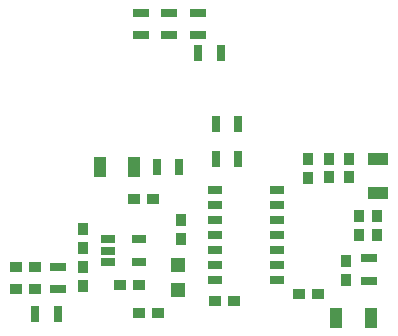
<source format=gbp>
G04*
G04 #@! TF.GenerationSoftware,Altium Limited,Altium Designer,23.3.1 (30)*
G04*
G04 Layer_Color=10964583*
%FSLAX25Y25*%
%MOIN*%
G70*
G04*
G04 #@! TF.SameCoordinates,F1967EA3-8312-49A4-A2FB-0AE49F0FF499*
G04*
G04*
G04 #@! TF.FilePolarity,Positive*
G04*
G01*
G75*
%ADD21R,0.03494X0.04194*%
%ADD23R,0.04194X0.03494*%
%ADD28R,0.05512X0.03150*%
%ADD40R,0.03150X0.05512*%
%ADD42R,0.05118X0.05118*%
%ADD169R,0.06693X0.03937*%
%ADD170R,0.05118X0.02756*%
%ADD171R,0.03937X0.06693*%
%ADD172R,0.04724X0.02756*%
D21*
X356693Y33070D02*
D03*
Y39371D02*
D03*
X398819Y53300D02*
D03*
Y59600D02*
D03*
X405905Y59843D02*
D03*
Y53543D02*
D03*
X412598Y59843D02*
D03*
Y53543D02*
D03*
X324016Y17322D02*
D03*
Y23622D02*
D03*
X416142Y34251D02*
D03*
Y40551D02*
D03*
X422047D02*
D03*
Y34251D02*
D03*
X411811Y19291D02*
D03*
Y25591D02*
D03*
X324016Y36221D02*
D03*
Y29921D02*
D03*
D23*
X342519Y8268D02*
D03*
X348819D02*
D03*
X340945Y46457D02*
D03*
X347245D02*
D03*
X301574Y16339D02*
D03*
X307874D02*
D03*
X301574Y23622D02*
D03*
X307874D02*
D03*
X396063Y14567D02*
D03*
X402363D02*
D03*
X374410Y12205D02*
D03*
X368110D02*
D03*
X336220Y17717D02*
D03*
X342520D02*
D03*
D28*
X343307Y108405D02*
D03*
Y100925D02*
D03*
X352756Y108405D02*
D03*
Y100925D02*
D03*
X362205Y108405D02*
D03*
Y100925D02*
D03*
X315596Y16339D02*
D03*
Y23819D02*
D03*
X419291Y19094D02*
D03*
Y26575D02*
D03*
D40*
X348622Y57087D02*
D03*
X356102D02*
D03*
X362402Y94882D02*
D03*
X369882D02*
D03*
X315551Y7874D02*
D03*
X308071D02*
D03*
X375787Y71260D02*
D03*
X368307D02*
D03*
X375787Y59842D02*
D03*
X368307D02*
D03*
D42*
X355512Y24213D02*
D03*
Y15945D02*
D03*
D169*
X422441Y59843D02*
D03*
Y48426D02*
D03*
D170*
X367913Y19252D02*
D03*
Y24252D02*
D03*
Y29252D02*
D03*
Y34252D02*
D03*
Y39252D02*
D03*
Y44252D02*
D03*
Y49252D02*
D03*
X388779Y19252D02*
D03*
Y24252D02*
D03*
Y29252D02*
D03*
Y34252D02*
D03*
Y39252D02*
D03*
Y44252D02*
D03*
Y49252D02*
D03*
D171*
X419882Y6693D02*
D03*
X408465D02*
D03*
X329724Y57087D02*
D03*
X341142D02*
D03*
D172*
X342520Y32873D02*
D03*
X332283D02*
D03*
Y29133D02*
D03*
X342520Y25393D02*
D03*
X332283D02*
D03*
M02*

</source>
